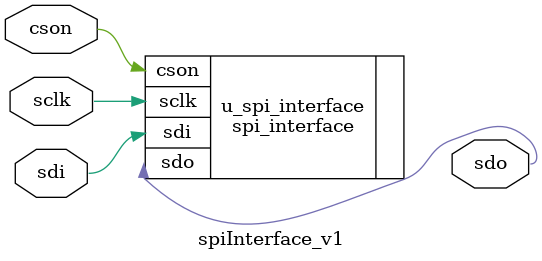
<source format=v>

module spiInterface_v1(
    sclk,
    sdo,
    cson,
    sdi
);

input sclk;
output sdo;
input cson;
input sdi;

spi_interface u_spi_interface (
        .sclk (sclk),
        .sdo (sdo),
        .cson (cson),
        .sdi (sdi)
);

endmodule

// ============================================================
//                  spiInterface Setting
//
// Warning: This part is read by Fuxi, please don't modify it.
// ============================================================
// Device          : H1D03N0L144C7
// Module          : spiInterface_v1
// IP core         : spiInterface
// IP Version      : 1

// Simulation Files: 
// Synthesis Files : 

</source>
